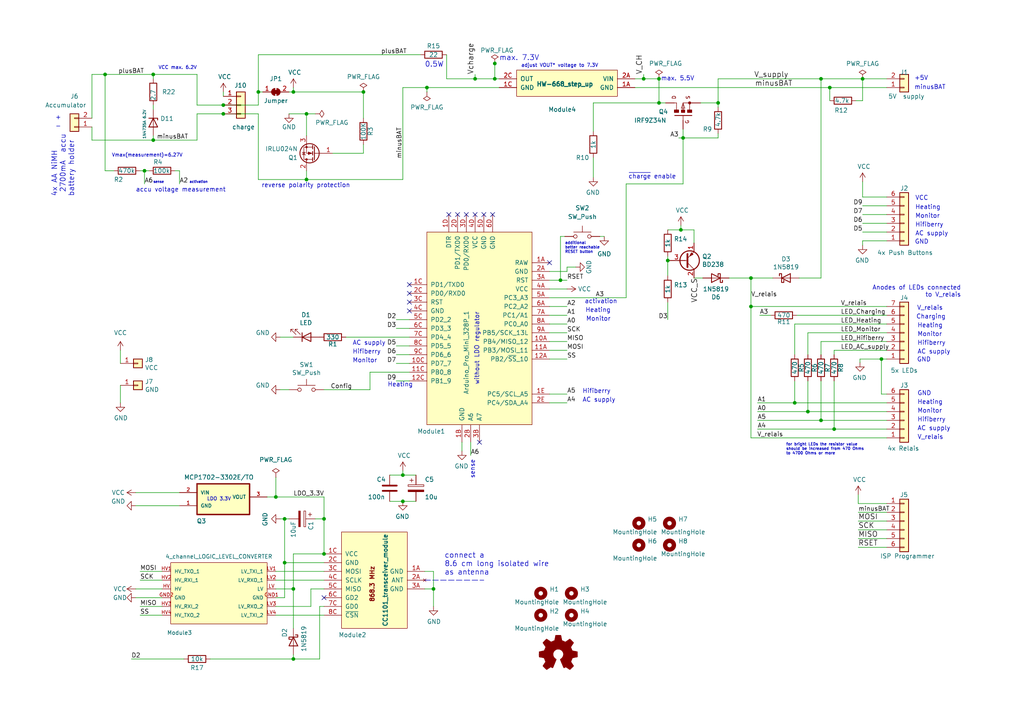
<source format=kicad_sch>
(kicad_sch (version 20211123) (generator eeschema)
  (paper "A4")
  (title_block (title "SenAct-4-4-SC_FUEL4EP_PCB") (date "2023-07-28") (rev "1.5") (company "FUEL4EP") (comment 1 "3x Schalter Schaltaktor AsksinPP PCB für Netzfreischalter") (comment 2 "Creative Commons License, non-commercial") (comment 3 "Vorsicht 230V: Nutzung auf eigene Gefahr!") (comment 4 "Nur für ausgebildete Elektrofachleute"))
  (junction (at 234.315 119.38))
  (junction (at 93.98 160.655))
  (junction (at 197.485 66.675))
  (junction (at 186.69 22.86))
  (junction (at 230.505 116.84))
  (junction (at 250.19 22.86))
  (junction (at 85.09 191.135))
  (junction (at 85.09 26.67))
  (junction (at 137.795 22.86))
  (junction (at 116.84 145.415))
  (junction (at 74.93 26.67))
  (junction (at 241.935 124.46))
  (junction (at 85.09 170.815))
  (junction (at 240.665 25.4))
  (junction (at 143.51 18.415))
  (junction (at 217.805 80.645))
  (junction (at 125.73 170.815))
  (junction (at 44.45 40.64))
  (junction (at 116.84 137.795))
  (junction (at 30.48 21.59))
  (junction (at 238.125 121.92))
  (junction (at 80.01 144.145))
  (junction (at 64.77 30.48))
  (junction (at 208.28 29.845))
  (junction (at 82.55 150.495))
  (junction (at 64.77 33.02))
  (junction (at 162.56 81.28))
  (junction (at 191.135 22.86))
  (junction (at 238.125 22.86))
  (junction (at 193.675 75.565))
  (junction (at 88.9 52.07))
  (junction (at 93.98 150.495))
  (junction (at 198.12 40.005))
  (junction (at 44.45 21.59))
  (junction (at 191.135 29.845))
  (junction (at 217.805 88.9))
  (junction (at 255.651 104.14))
  (junction (at 82.55 163.195))
  (junction (at 105.41 26.67))
  (junction (at 123.825 25.4))
  (junction (at 88.9 33.02))
  (junction (at 143.51 22.86))
  (junction (at 41.91 49.53))
  (no_connect (at 118.745 85.09))
  (no_connect (at 159.385 76.2))
  (no_connect (at 118.745 87.63))
  (no_connect (at 140.335 62.23))
  (no_connect (at 132.715 62.23))
  (no_connect (at 118.745 82.55))
  (no_connect (at 142.875 62.23))
  (no_connect (at 118.745 90.17))
  (no_connect (at 135.255 62.23))
  (no_connect (at 137.795 62.23))
  (no_connect (at 139.065 128.27))
  (no_connect (at 130.175 62.23))
  (no_connect (at 93.98 173.355))
  (wire (pts (xy 217.805 88.9) (xy 217.805 127)))
  (wire (pts (xy 172.085 29.845) (xy 191.135 29.845)))
  (wire (pts (xy 88.9 33.02) (xy 83.82 33.02)))
  (wire (pts (xy 44.45 21.59) (xy 57.15 21.59)))
  (wire (pts (xy 230.505 110.49) (xy 230.505 116.84)))
  (wire (pts (xy 123.825 25.4) (xy 144.78 25.4)))
  (wire (pts (xy 191.135 29.845) (xy 193.04 29.845)))
  (wire (pts (xy 93.98 144.145) (xy 93.98 150.495)))
  (wire (pts (xy 41.91 49.53) (xy 41.91 53.34)))
  (wire (pts (xy 238.125 121.92) (xy 257.175 121.92)))
  (wire (pts (xy 82.55 150.495) (xy 81.28 150.495)))
  (wire (pts (xy 172.085 29.845) (xy 172.085 38.1)))
  (wire (pts (xy 238.125 22.86) (xy 208.28 22.86)))
  (wire (pts (xy 255.651 114.3) (xy 257.175 114.3)))
  (wire (pts (xy 159.385 114.3) (xy 164.465 114.3)))
  (wire (pts (xy 250.19 22.86) (xy 257.175 22.86)))
  (wire (pts (xy 85.09 191.135) (xy 92.71 191.135)))
  (wire (pts (xy 93.98 150.495) (xy 93.98 160.655)))
  (wire (pts (xy 74.93 52.07) (xy 88.9 52.07)))
  (wire (pts (xy 257.175 156.21) (xy 248.92 156.21)))
  (wire (pts (xy 50.8 49.53) (xy 52.07 49.53)))
  (wire (pts (xy 257.175 151.13) (xy 248.92 151.13)))
  (wire (pts (xy 159.385 86.36) (xy 181.61 86.36)))
  (wire (pts (xy 85.09 182.245) (xy 85.09 170.815)))
  (wire (pts (xy 107.315 113.03) (xy 93.98 113.03)))
  (wire (pts (xy 238.125 80.645) (xy 238.125 22.86)))
  (wire (pts (xy 125.73 170.815) (xy 125.73 175.895)))
  (wire (pts (xy 184.15 25.4) (xy 240.665 25.4)))
  (wire (pts (xy 85.09 160.655) (xy 93.98 160.655)))
  (wire (pts (xy 93.98 170.815) (xy 90.17 170.815)))
  (wire (pts (xy 57.15 21.59) (xy 57.15 30.48)))
  (wire (pts (xy 193.675 87.63) (xy 193.675 92.71)))
  (wire (pts (xy 208.28 31.115) (xy 208.28 29.845)))
  (wire (pts (xy 257.175 67.31) (xy 250.19 67.31)))
  (wire (pts (xy 238.125 22.86) (xy 250.19 22.86)))
  (wire (pts (xy 137.795 22.86) (xy 143.51 22.86)))
  (wire (pts (xy 107.315 107.95) (xy 107.315 113.03)))
  (wire (pts (xy 82.55 173.355) (xy 80.01 173.355)))
  (wire (pts (xy 26.67 40.64) (xy 26.67 36.83)))
  (wire (pts (xy 64.77 30.48) (xy 74.93 30.48)))
  (wire (pts (xy 201.295 66.675) (xy 201.295 70.485)))
  (wire (pts (xy 116.84 145.415) (xy 120.65 145.415)))
  (wire (pts (xy 250.19 64.77) (xy 257.175 64.77)))
  (wire (pts (xy 193.675 75.565) (xy 193.675 80.01)))
  (wire (pts (xy 159.385 78.74) (xy 164.465 78.74)))
  (wire (pts (xy 83.82 26.67) (xy 85.09 26.67)))
  (wire (pts (xy 80.01 138.43) (xy 80.01 144.145)))
  (wire (pts (xy 159.385 93.98) (xy 164.465 93.98)))
  (wire (pts (xy 234.315 96.52) (xy 257.175 96.52)))
  (wire (pts (xy 250.19 29.21) (xy 248.285 29.21)))
  (wire (pts (xy 159.385 101.6) (xy 164.465 101.6)))
  (wire (pts (xy 93.98 165.735) (xy 80.01 165.735)))
  (wire (pts (xy 257.175 57.15) (xy 250.19 57.15)))
  (wire (pts (xy 238.125 99.06) (xy 257.175 99.06)))
  (wire (pts (xy 217.805 80.645) (xy 217.805 88.9)))
  (wire (pts (xy 240.665 25.4) (xy 257.175 25.4)))
  (wire (pts (xy 118.745 110.49) (xy 114.935 110.49)))
  (wire (pts (xy 191.135 22.86) (xy 191.135 29.845)))
  (wire (pts (xy 136.525 128.27) (xy 136.525 132.08)))
  (wire (pts (xy 81.28 113.03) (xy 83.82 113.03)))
  (wire (pts (xy 231.14 91.44) (xy 257.175 91.44)))
  (wire (pts (xy 230.505 93.98) (xy 257.175 93.98)))
  (wire (pts (xy 219.71 121.92) (xy 238.125 121.92)))
  (wire (pts (xy 137.795 22.86) (xy 129.54 22.86)))
  (wire (pts (xy 116.84 136.525) (xy 116.84 137.795)))
  (wire (pts (xy 100.33 97.79) (xy 118.745 97.79)))
  (wire (pts (xy 44.45 30.48) (xy 44.45 31.75)))
  (wire (pts (xy 203.835 80.645) (xy 201.295 80.645)))
  (wire (pts (xy 249.428 104.14) (xy 249.428 105.156)))
  (wire (pts (xy 198.12 40.005) (xy 198.12 53.34)))
  (wire (pts (xy 172.085 51.435) (xy 172.085 45.72)))
  (wire (pts (xy 39.37 170.815) (xy 46.99 170.815)))
  (wire (pts (xy 162.56 68.58) (xy 163.83 68.58)))
  (wire (pts (xy 85.09 189.865) (xy 85.09 191.135)))
  (wire (pts (xy 231.775 80.645) (xy 238.125 80.645)))
  (wire (pts (xy 211.455 80.645) (xy 217.805 80.645)))
  (wire (pts (xy 220.345 91.44) (xy 223.52 91.44)))
  (wire (pts (xy 64.77 26.67) (xy 64.77 27.94)))
  (wire (pts (xy 208.28 38.735) (xy 208.28 40.005)))
  (wire (pts (xy 125.73 165.735) (xy 125.73 170.815)))
  (wire (pts (xy 250.19 69.85) (xy 250.19 71.12)))
  (wire (pts (xy 82.55 163.195) (xy 82.55 173.355)))
  (wire (pts (xy 164.465 77.47) (xy 164.465 78.74)))
  (wire (pts (xy 159.385 88.9) (xy 164.465 88.9)))
  (wire (pts (xy 133.985 128.27) (xy 133.985 130.81)))
  (wire (pts (xy 46.99 165.735) (xy 40.64 165.735)))
  (wire (pts (xy 85.09 26.67) (xy 105.41 26.67)))
  (wire (pts (xy 52.07 49.53) (xy 52.07 53.34)))
  (wire (pts (xy 30.48 49.53) (xy 33.02 49.53)))
  (wire (pts (xy 123.19 170.815) (xy 125.73 170.815)))
  (wire (pts (xy 77.47 144.145) (xy 80.01 144.145)))
  (wire (pts (xy 234.315 110.49) (xy 234.315 119.38)))
  (wire (pts (xy 118.745 92.71) (xy 114.935 92.71)))
  (wire (pts (xy 250.19 22.86) (xy 250.19 29.21)))
  (wire (pts (xy 123.19 165.735) (xy 125.73 165.735)))
  (wire (pts (xy 193.675 66.675) (xy 197.485 66.675)))
  (wire (pts (xy 123.825 25.4) (xy 123.825 26.67)))
  (wire (pts (xy 143.51 18.415) (xy 143.51 22.86)))
  (wire (pts (xy 81.28 97.79) (xy 85.09 97.79)))
  (wire (pts (xy 255.651 104.14) (xy 255.651 114.3)))
  (wire (pts (xy 257.175 62.23) (xy 250.19 62.23)))
  (wire (pts (xy 219.71 124.46) (xy 241.935 124.46)))
  (wire (pts (xy 88.9 33.02) (xy 91.44 33.02)))
  (wire (pts (xy 92.71 175.895) (xy 93.98 175.895)))
  (wire (pts (xy 57.15 33.02) (xy 57.15 40.64)))
  (wire (pts (xy 143.51 22.86) (xy 144.78 22.86)))
  (wire (pts (xy 76.2 26.67) (xy 74.93 26.67)))
  (wire (pts (xy 113.03 137.795) (xy 116.84 137.795)))
  (wire (pts (xy 74.93 15.875) (xy 74.93 26.67)))
  (wire (pts (xy 83.82 150.495) (xy 82.55 150.495)))
  (wire (pts (xy 74.93 26.67) (xy 74.93 30.48)))
  (wire (pts (xy 116.84 52.07) (xy 116.84 25.4)))
  (wire (pts (xy 116.84 137.795) (xy 120.65 137.795)))
  (wire (pts (xy 208.28 40.005) (xy 198.12 40.005)))
  (wire (pts (xy 34.925 111.76) (xy 34.925 116.84)))
  (wire (pts (xy 44.45 40.64) (xy 26.67 40.64)))
  (wire (pts (xy 52.07 146.685) (xy 39.37 146.685)))
  (wire (pts (xy 159.385 96.52) (xy 164.465 96.52)))
  (wire (pts (xy 92.71 191.135) (xy 92.71 175.895)))
  (wire (pts (xy 162.56 81.28) (xy 164.465 81.28)))
  (wire (pts (xy 74.93 33.02) (xy 64.77 33.02)))
  (wire (pts (xy 64.77 33.02) (xy 57.15 33.02)))
  (wire (pts (xy 208.28 29.845) (xy 203.2 29.845)))
  (wire (pts (xy 80.01 144.145) (xy 93.98 144.145)))
  (wire (pts (xy 248.92 146.05) (xy 248.92 143.51)))
  (wire (pts (xy 57.15 30.48) (xy 64.77 30.48)))
  (wire (pts (xy 257.175 158.75) (xy 248.92 158.75)))
  (wire (pts (xy 240.665 25.4) (xy 240.665 29.21)))
  (wire (pts (xy 90.17 170.815) (xy 90.17 175.895)))
  (wire (pts (xy 26.67 21.59) (xy 30.48 21.59)))
  (wire (pts (xy 186.69 21.59) (xy 186.69 22.86)))
  (wire (pts (xy 198.12 37.465) (xy 198.12 40.005)))
  (wire (pts (xy 159.385 104.14) (xy 164.465 104.14)))
  (wire (pts (xy 241.935 124.46) (xy 257.175 124.46)))
  (wire (pts (xy 257.175 153.67) (xy 248.92 153.67)))
  (wire (pts (xy 118.745 102.87) (xy 114.935 102.87)))
  (wire (pts (xy 118.745 105.41) (xy 114.935 105.41)))
  (wire (pts (xy 181.61 53.34) (xy 181.61 86.36)))
  (wire (pts (xy 39.37 173.355) (xy 46.99 173.355)))
  (wire (pts (xy 173.99 68.58) (xy 175.26 68.58)))
  (wire (pts (xy 116.84 25.4) (xy 123.825 25.4)))
  (wire (pts (xy 118.745 95.25) (xy 114.935 95.25)))
  (wire (pts (xy 93.98 168.275) (xy 80.01 168.275)))
  (wire (pts (xy 250.19 57.15) (xy 250.19 52.705)))
  (wire (pts (xy 257.175 59.69) (xy 250.19 59.69)))
  (wire (pts (xy 74.93 33.02) (xy 74.93 52.07)))
  (wire (pts (xy 57.15 40.64) (xy 44.45 40.64)))
  (wire (pts (xy 34.925 101.6) (xy 34.925 105.41)))
  (wire (pts (xy 255.651 104.14) (xy 257.175 104.14)))
  (wire (pts (xy 85.09 25.4) (xy 85.09 26.67)))
  (wire (pts (xy 88.9 39.37) (xy 88.9 33.02)))
  (wire (pts (xy 159.385 91.44) (xy 164.465 91.44)))
  (wire (pts (xy 44.45 39.37) (xy 44.45 40.64)))
  (wire (pts (xy 46.99 168.275) (xy 40.64 168.275)))
  (wire (pts (xy 113.03 145.415) (xy 116.84 145.415)))
  (wire (pts (xy 30.48 49.53) (xy 30.48 21.59)))
  (wire (pts (xy 88.9 49.53) (xy 88.9 52.07)))
  (wire (pts (xy 105.41 41.91) (xy 105.41 44.45)))
  (wire (pts (xy 105.41 44.45) (xy 96.52 44.45)))
  (wire (pts (xy 129.54 22.86) (xy 129.54 15.875)))
  (wire (pts (xy 257.175 146.05) (xy 248.92 146.05)))
  (wire (pts (xy 167.005 77.47) (xy 164.465 77.47)))
  (wire (pts (xy 40.64 49.53) (xy 41.91 49.53)))
  (wire (pts (xy 88.9 52.07) (xy 116.84 52.07)))
  (wire (pts (xy 208.28 22.86) (xy 208.28 29.845)))
  (wire (pts (xy 241.935 110.49) (xy 241.935 124.46)))
  (wire (pts (xy 46.99 178.435) (xy 40.64 178.435)))
  (wire (pts (xy 90.17 175.895) (xy 80.01 175.895)))
  (wire (pts (xy 91.44 150.495) (xy 93.98 150.495)))
  (wire (pts (xy 241.935 101.6) (xy 241.935 102.87)))
  (wire (pts (xy 193.675 74.295) (xy 193.675 75.565)))
  (wire (pts (xy 93.98 163.195) (xy 82.55 163.195)))
  (wire (pts (xy 238.125 99.06) (xy 238.125 102.87)))
  (wire (pts (xy 230.505 93.98) (xy 230.505 102.87)))
  (wire (pts (xy 198.12 53.34) (xy 181.61 53.34)))
  (wire (pts (xy 105.41 34.29) (xy 105.41 26.67)))
  (wire (pts (xy 219.71 116.84) (xy 230.505 116.84)))
  (wire (pts (xy 241.935 101.6) (xy 257.175 101.6)))
  (wire (pts (xy 249.428 104.14) (xy 255.651 104.14)))
  (wire (pts (xy 85.09 170.815) (xy 80.01 170.815)))
  (wire (pts (xy 159.385 83.82) (xy 164.465 83.82)))
  (wire (pts (xy 184.15 22.86) (xy 186.69 22.86)))
  (wire (pts (xy 186.69 22.86) (xy 191.135 22.86)))
  (wire (pts (xy 85.09 160.655) (xy 85.09 170.815)))
  (wire (pts (xy 74.93 15.875) (xy 121.92 15.875)))
  (wire (pts (xy 217.805 80.645) (xy 224.155 80.645)))
  (wire (pts (xy 60.96 191.135) (xy 85.09 191.135)))
  (wire (pts (xy 39.37 142.875) (xy 52.07 142.875)))
  (wire (pts (xy 80.01 178.435) (xy 93.98 178.435)))
  (wire (pts (xy 162.56 68.58) (xy 162.56 81.28)))
  (wire (pts (xy 234.315 119.38) (xy 257.175 119.38)))
  (wire (pts (xy 46.99 175.895) (xy 40.64 175.895)))
  (wire (pts (xy 217.805 127) (xy 257.175 127)))
  (wire (pts (xy 159.385 81.28) (xy 162.56 81.28)))
  (wire (pts (xy 143.51 18.415) (xy 143.51 17.78)))
  (wire (pts (xy 238.125 110.49) (xy 238.125 121.92)))
  (wire (pts (xy 197.485 66.675) (xy 201.295 66.675)))
  (wire (pts (xy 230.505 116.84) (xy 257.175 116.84)))
  (wire (pts (xy 53.34 191.135) (xy 38.1 191.135)))
  (wire (pts (xy 44.45 22.86) (xy 44.45 21.59)))
  (wire (pts (xy 30.48 21.59) (xy 44.45 21.59)))
  (wire (pts (xy 118.745 107.95) (xy 107.315 107.95)))
  (wire (pts (xy 257.175 69.85) (xy 250.19 69.85)))
  (wire (pts (xy 159.385 116.84) (xy 164.465 116.84)))
  (wire (pts (xy 137.795 21.59) (xy 137.795 22.86)))
  (wire (pts (xy 196.85 40.005) (xy 198.12 40.005)))
  (wire (pts (xy 234.315 96.52) (xy 234.315 102.87)))
  (wire (pts (xy 26.67 34.29) (xy 26.67 21.59)))
  (wire (pts (xy 257.175 88.9) (xy 217.805 88.9)))
  (wire (pts (xy 197.485 65.405) (xy 197.485 66.675)))
  (wire (pts (xy 82.55 163.195) (xy 82.55 150.495)))
  (wire (pts (xy 248.92 148.59) (xy 257.175 148.59)))
  (wire (pts (xy 118.745 100.33) (xy 114.935 100.33)))
  (wire (pts (xy 159.385 99.06) (xy 164.465 99.06)))
  (wire (pts (xy 41.91 49.53) (xy 43.18 49.53)))
  (wire (pts (xy 219.71 119.38) (xy 234.315 119.38)))
  (polyline (pts (xy 123.19 168.275) (xy 140.335 168.275)))
  (text "Monitor\n" (at 265.43 63.5 0) (effects (font (size 1.27 1.27)) (justify left bottom)))
  (text "Monitor\n" (at 177.165 93.345 180) (effects (font (size 1.27 1.27)) (justify right bottom)))
  (text "Heating\n" (at 177.165 90.805 180) (effects (font (size 1.27 1.27)) (justify right bottom)))
  (text "sense" (at 137.795 133.35 270) (effects (font (size 1.27 1.27)) (justify right bottom)))
  (text "+\n" (at 17.78 34.925 180) (effects (font (size 1.27 1.27)) (justify right bottom)))
  (text "sense" (at 47.625 53.34 180) (effects (font (size 0.7112 0.7112)) (justify right bottom)))
  (text "Charging\n" (at 274.32 92.71 180) (effects (font (size 1.27 1.27)) (justify right bottom)))
  (text "AC supply\n" (at 266.065 125.095 0) (effects (font (size 1.27 1.27)) (justify left bottom)))
  (text "Hifiberry\n" (at 266.065 100.33 0) (effects (font (size 1.27 1.27)) (justify left bottom)))
  (text "reverse polarity protection\n" (at 101.6 54.61 180) (effects (font (size 1.27 1.27)) (justify right bottom)))
  (text "for bright LEDs the resistor value\nshould be increased from 470 Ohms\nto 4700 Ohms or more" (at 227.965 132.08 0) (effects (font (size 0.8 0.8)) (justify left bottom)))
  (text "activation" (at 179.07 88.265 180) (effects (font (size 1.27 1.27)) (justify right bottom)))
  (text "Heating\n" (at 112.395 112.395 0) (effects (font (size 1.27 1.27)) (justify left bottom)))
  (text "connect a\n8.6 cm long isolated wire\nas antenna" (at 128.905 167.005 0) (effects (font (size 1.524 1.524)) (justify left bottom)))
  (text "Hifiberry\n" (at 102.235 102.87 0) (effects (font (size 1.27 1.27)) (justify left bottom)))
  (text "AC supply\n" (at 168.91 116.84 0) (effects (font (size 1.27 1.27)) (justify left bottom)))
  (text "Monitor\n" (at 102.235 105.41 0) (effects (font (size 1.27 1.27)) (justify left bottom)))
  (text "LDO 3.3V\n" (at 59.9946 145.4326 0) (effects (font (size 1 1)) (justify left bottom)))
  (text "Heating\n" (at 265.43 60.96 0) (effects (font (size 1.27 1.27)) (justify left bottom)))
  (text "without LDO regulator" (at 139.065 111.76 90) (effects (font (size 1.27 1.27)) (justify left bottom)))
  (text "Hifiberry\n" (at 266.065 122.555 0) (effects (font (size 1.27 1.27)) (justify left bottom)))
  (text "AC supply\n" (at 265.43 68.58 0) (effects (font (size 1.27 1.27)) (justify left bottom)))
  (text "0.5W" (at 123.19 19.685 0) (effects (font (size 1.524 1.524)) (justify left bottom)))
  (text "AC supply\n" (at 102.235 100.33 0) (effects (font (size 1.27 1.27)) (justify left bottom)))
  (text "Hifiberry\n" (at 265.43 66.04 0) (effects (font (size 1.27 1.27)) (justify left bottom)))
  (text "Heating\n" (at 266.065 95.25 0) (effects (font (size 1.27 1.27)) (justify left bottom)))
  (text "adjust VOUT* voltage to 7.3V" (at 151.13 19.685 0) (effects (font (size 1 1)) (justify left bottom)))
  (text "additional\nbetter reachable\nRESET button" (at 163.83 73.66 0) (effects (font (size 0.8 0.8)) (justify left bottom)))
  (text "Hifiberry\n" (at 168.91 114.3 0) (effects (font (size 1.27 1.27)) (justify left bottom)))
  (text "accu voltage measurement\n" (at 39.37 55.88 0) (effects (font (size 1.27 1.27)) (justify left bottom)))
  (text "4x AA NiMH\n 2700mA  accu\nbattery holder\n" (at 21.59 57.15 90) (effects (font (size 1.524 1.524)) (justify left bottom)))
  (text "V_relais\n" (at 266.065 127.635 0) (effects (font (size 1.27 1.27)) (justify left bottom)))
  (text "VCC max. 6.2V\n" (at 57.15 20.32 180) (effects (font (size 0.9906 0.9906)) (justify right bottom)))
  (text "Monitor\n" (at 266.065 120.015 0) (effects (font (size 1.27 1.27)) (justify left bottom)))
  (text "~{charge} enable" (at 182.245 52.07 0) (effects (font (size 1.27 1.27)) (justify left bottom)))
  (text "Monitor\n" (at 266.065 97.79 0) (effects (font (size 1.27 1.27)) (justify left bottom)))
  (text "minusBAT\n\n" (at 274.32 28.194 180) (effects (font (size 1.27 1.27)) (justify right bottom)))
  (text "VCC\n" (at 265.43 58.293 0) (effects (font (size 1.27 1.27)) (justify left bottom)))
  (text "GND\n" (at 266.065 114.935 0) (effects (font (size 1.27 1.27)) (justify left bottom)))
  (text "AC supply\n" (at 266.065 102.87 0) (effects (font (size 1.27 1.27)) (justify left bottom)))
  (text "V_relais\n" (at 265.938 90.17 0) (effects (font (size 1.27 1.27)) (justify left bottom)))
  (text "max. 5.5V\n" (at 201.422 23.622 180) (effects (font (size 1.27 1.27)) (justify right bottom)))
  (text "activation" (at 60.325 53.34 180) (effects (font (size 0.7112 0.7112)) (justify right bottom)))
  (text "Heating\n" (at 266.065 117.475 0) (effects (font (size 1.27 1.27)) (justify left bottom)))
  (text "-" (at 17.78 37.465 180) (effects (font (size 1.27 1.27)) (justify right bottom)))
  (text "Anodes of LEDs connected\nto V_relais" (at 278.765 86.36 180) (effects (font (size 1.27 1.27)) (justify right bottom)))
  (text "Vmax(measurement)=6.27V\n" (at 32.385 45.72 0) (effects (font (size 0.9906 0.9906)) (justify left bottom)))
  (text "GND\n" (at 265.303 70.993 0) (effects (font (size 1.27 1.27)) (justify left bottom)))
  (text "GND\n" (at 265.938 105.156 0) (effects (font (size 1.27 1.27)) (justify left bottom)))
  (text "max. 7.3V" (at 144.78 17.78 0) (effects (font (size 1.524 1.524)) (justify left bottom)))
  (text "+5V\n" (at 269.24 23.495 180) (effects (font (size 1.27 1.27)) (justify right bottom)))
  (label "A4" (at 219.71 124.46 0))
  (label "LDO_3.3V" (at 85.09 144.145 0))
  (label "LED_Heating" (at 243.84 93.98 0))
  (label "SCK" (at 164.465 96.52 0))
  (label "MOSI" (at 248.92 151.13 0) (effects (font (size 1.524 1.524))))
  (label "Vcharge" (at 137.795 21.59 90) (effects (font (size 1.524 1.524))))
  (label "A6" (at 136.525 132.08 0))
  (label "V_supply" (at 218.694 22.86 0) (effects (font (size 1.524 1.524))))
  (label "D7" (at 250.19 62.23 180))
  (label "D2" (at 38.1 191.135 0))
  (label "D6" (at 114.935 102.87 180))
  (label "Config" (at 95.885 113.03 0))
  (label "A2" (at 164.465 88.9 0))
  (label "MISO" (at 164.465 99.06 0))
  (label "D9" (at 250.19 59.69 180))
  (label "V_relais" (at 243.84 88.9 0))
  (label "RSET" (at 164.465 81.28 0))
  (label "SCK" (at 248.92 153.67 0) (effects (font (size 1.524 1.524))))
  (label "MISO" (at 248.92 156.21 0) (effects (font (size 1.524 1.524))))
  (label "minusBAT" (at 54.61 40.64 180))
  (label "A3" (at 220.345 91.44 0))
  (label "A3" (at 172.72 86.36 0))
  (label "LED_Charging" (at 243.84 91.44 0))
  (label "A3" (at 196.85 40.005 180))
  (label "A5" (at 219.71 121.92 0))
  (label "plusBAT" (at 110.49 15.875 0))
  (label "minusBAT" (at 218.948 25.4 0) (effects (font (size 1.524 1.524))))
  (label "A2" (at 52.07 53.34 0))
  (label "LED_Monitor" (at 243.84 96.52 0))
  (label "D9" (at 114.935 110.49 180))
  (label "minusBAT" (at 248.92 148.59 0))
  (label "V_relais" (at 217.805 86.36 0))
  (label "SCK" (at 40.64 168.275 0))
  (label "A1" (at 164.465 91.44 0))
  (label "A0" (at 164.465 93.98 0))
  (label "SS" (at 40.64 178.435 0))
  (label "D2" (at 114.935 92.71 180))
  (label "D5" (at 114.935 100.33 180))
  (label "LED_AC_supply" (at 243.84 101.6 0))
  (label "D7" (at 114.935 105.41 180))
  (label "LED_Hifiberry" (at 243.84 99.06 0))
  (label "V_relais" (at 219.583 127 0))
  (label "D6" (at 250.19 64.77 180))
  (label "A1" (at 219.71 116.84 0))
  (label "minusBAT" (at 116.84 36.83 270))
  (label "V_CH" (at 186.69 21.59 90) (effects (font (size 1.524 1.524))))
  (label "D5" (at 250.19 67.31 180))
  (label "D3" (at 114.935 95.25 180))
  (label "plusBAT" (at 34.29 21.59 0))
  (label "MISO" (at 40.64 175.895 0))
  (label "SS" (at 164.465 104.14 0))
  (label "A4" (at 164.465 116.84 0))
  (label "MOSI" (at 40.64 165.735 0))
  (label "RSET" (at 248.92 158.75 0) (effects (font (size 1.524 1.524))))
  (label "MOSI" (at 164.465 101.6 0))
  (label "VCC_S" (at 202.692 80.645 270) (effects (font (size 1.524 1.524))))
  (label "A6" (at 41.91 53.34 0))
  (label "D3" (at 193.675 92.71 180))
  (label "A0" (at 219.71 119.38 0))
  (label "A5" (at 164.465 114.3 0))
  (symbol (lib_id "Device:R") (at 96.52 97.79 90) (mirror x) (unit 1)
    (property "Reference" "R1" (at 96.52 99.822 90))
    (property "Value" "330" (at 96.52 97.79 90))
    (property "Footprint" "Resistor_THT:R_Axial_DIN0204_L3.6mm_D1.6mm_P5.08mm_Horizontal" (effects hide))
  )
  (symbol (lib_id "power:GND") (at 83.82 33.02 0) (unit 1)
    (property "Reference" "#PWR05" (effects hide))
    (property "Value" "GND" (at 83.82 36.83 0))
  )
  (symbol (lib_id "Device:C_Polarized") (at 87.63 150.495 270) (unit 1)
    (property "Reference" "C1" (at 90.17 151.13 0) (effects (justify left)))
    (property "Value" "10uF" (at 85.09 151.13 0) (effects (justify left)))
    (property "Footprint" "Capacitor_THT:CP_Radial_D5.0mm_P2.50mm" (effects hide))
  )
  (symbol (lib_id "Device:Q_NMOS_GDS") (at 91.44 44.45 180) (unit 1)
    (property "Reference" "Q1" (at 86.36 45.72 0) (effects (justify left)))
    (property "Value" "IRLU024N" (at 86.36 43.18 0) (effects (justify left)))
    (property "Footprint" "Package_TO_SOT_THT:TO-251-3_Vertical" (effects hide))
  )
  (symbol (lib_id "Device:R") (at 105.41 38.1 0) (unit 1)
    (property "Reference" "R3" (at 107.442 38.1 90))
    (property "Value" "100K" (at 105.41 38.1 90))
    (property "Footprint" "Resistor_THT:R_Axial_DIN0204_L3.6mm_D1.6mm_P5.08mm_Horizontal" (effects hide))
  )
  (symbol (lib_id "Connector_Generic:Conn_01x03") (at 69.85 30.48 0) (unit 1)
    (property "Reference" "J10" (at 67.945 24.765 0) (effects (justify left)))
    (property "Value" "charge" (at 67.31 36.83 0) (effects (justify left)))
    (property "Footprint" "Connector_PinHeader_2.54mm:PinHeader_1x03_P2.54mm_Vertical" (effects hide))
  )
  (symbol (lib_id "Connector_Generic:Conn_01x06") (at 262.255 151.13 0) (unit 1)
    (property "Reference" "J5" (at 260.985 143.51 0) (effects (justify left)))
    (property "Value" "ISP Programmer" (at 255.27 161.29 0) (effects (justify left)))
    (property "Footprint" "Connector_PinHeader_2.54mm:PinHeader_1x06_P2.54mm_Vertical" (effects hide))
  )
  (symbol (lib_id "power:GND") (at 81.28 150.495 270) (unit 1)
    (property "Reference" "#PWR09" (effects hide))
    (property "Value" "GND" (at 76.8858 150.622 0))
  )
  (symbol (lib_id "power:GND") (at 125.73 175.895 0) (unit 1)
    (property "Reference" "#PWR0107" (effects hide))
    (property "Value" "GND" (at 125.857 180.2892 0))
  )
  (symbol (lib_id "Graphic:Logo_Open_Hardware_Small") (at 161.925 189.865 0) (unit 1)
    (property "Reference" "LOGO1" (effects hide))
    (property "Value" "Logo_Open_Hardware_Small" (effects hide))
    (property "Footprint" "FUEL4EP:CC-BY-ND-SA" (effects hide))
  )
  (symbol (lib_id "power:VCC") (at 248.92 143.51 0) (unit 1)
    (property "Reference" "#PWR0103" (effects hide))
    (property "Value" "VCC" (at 249.301 139.1158 0))
  )
  (symbol (lib_id "power:VCC") (at 64.77 26.67 0) (unit 1)
    (property "Reference" "#PWR0109" (effects hide))
    (property "Value" "VCC" (at 65.151 22.2758 0))
  )
  (symbol (lib_id "power:PWR_FLAG") (at 91.44 33.02 270) (unit 1)
    (property "Reference" "#FLG0101" (effects hide))
    (property "Value" "PWR_FLAG" (at 91.44 35.56 90) (effects (justify left)))
  )
  (symbol (lib_id "FUEL4EP:Arduino_Pro_Mini_328P_1") (at 123.825 123.19 0) (unit 1)
    (property "Reference" "Module1" (at 125.095 125.095 0))
    (property "Value" "Arduino_Pro_Mini_328P_1" (at 135.255 102.235 90))
    (property "Footprint" "FUEL4EP:ArduinoProMini" (effects hide))
    (property "Datasheet" "https://www.tindie.com/products/prominimicros/pro-mini-xl-v2-atmega-1284p/" (effects hide))
  )
  (symbol (lib_id "Diode:1N5819") (at 207.645 80.645 180) (unit 1)
    (property "Reference" "D6" (at 207.645 86.1568 0))
    (property "Value" "1N5819" (at 207.645 83.8454 0))
    (property "Footprint" "Diode_THT:D_DO-41_SOD81_P7.62mm_Horizontal" (effects hide))
    (property "Datasheet" "http://www.vishay.com/docs/88525/1n5817.pdf" (effects hide))
  )
  (symbol (lib_id "Device:R") (at 193.675 70.485 0) (unit 1)
    (property "Reference" "R14" (at 195.453 69.3166 0) (effects (justify left)))
    (property "Value" "1k" (at 193.675 71.755 90) (effects (justify left)))
    (property "Footprint" "Resistor_THT:R_Axial_DIN0204_L3.6mm_D1.6mm_P5.08mm_Horizontal" (effects hide))
  )
  (symbol (lib_id "Device:R") (at 193.675 83.82 0) (unit 1)
    (property "Reference" "R13" (at 195.453 82.6516 0) (effects (justify left)))
    (property "Value" "1k" (at 193.675 85.09 90) (effects (justify left)))
    (property "Footprint" "Resistor_THT:R_Axial_DIN0204_L3.6mm_D1.6mm_P5.08mm_Horizontal" (effects hide))
  )
  (symbol (lib_id "Device:R") (at 36.83 49.53 270) (unit 1)
    (property "Reference" "R2" (at 33.02 52.07 90) (effects (justify left)))
    (property "Value" "470k" (at 34.29 49.53 90) (effects (justify left)))
    (property "Footprint" "Resistor_THT:R_Axial_DIN0207_L6.3mm_D2.5mm_P10.16mm_Horizontal" (effects hide))
  )
  (symbol (lib_id "Device:R") (at 46.99 49.53 270) (unit 1)
    (property "Reference" "R4" (at 44.45 46.99 90) (effects (justify left)))
    (property "Value" "100k" (at 44.45 49.53 90) (effects (justify left)))
    (property "Footprint" "Resistor_THT:R_Axial_DIN0207_L6.3mm_D2.5mm_P10.16mm_Horizontal" (effects hide))
  )
  (symbol (lib_id "Device:C") (at 113.03 141.605 0) (unit 1)
    (property "Reference" "C4" (at 109.22 139.065 0) (effects (justify left)))
    (property "Value" "100n" (at 106.68 144.145 0) (effects (justify left)))
    (property "Footprint" "Capacitor_THT:C_Disc_D7.5mm_W2.5mm_P5.00mm" (effects hide))
  )
  (symbol (lib_id "Device:C_Polarized") (at 120.65 141.605 0) (unit 1)
    (property "Reference" "C5" (at 123.19 139.065 0) (effects (justify left)))
    (property "Value" "10u" (at 123.19 144.145 0) (effects (justify left)))
    (property "Footprint" "Capacitor_THT:CP_Radial_D5.0mm_P2.00mm" (effects hide))
  )
  (symbol (lib_id "Diode:1N5819") (at 85.09 186.055 270) (unit 1)
    (property "Reference" "D2" (at 82.55 183.515 0))
    (property "Value" "1N5819" (at 88.138 185.293 0))
    (property "Footprint" "Diode_THT:D_DO-41_SOD81_P7.62mm_Horizontal" (effects hide))
    (property "Datasheet" "http://www.vishay.com/docs/88525/1n5817.pdf" (effects hide))
  )
  (symbol (lib_id "Transistor_BJT:BD238") (at 198.755 75.565 0) (mirror x) (unit 1)
    (property "Reference" "Q2" (at 203.6318 74.3966 0) (effects (justify left)))
    (property "Value" "BD238" (at 203.6318 76.708 0) (effects (justify left)))
    (property "Footprint" "Package_TO_SOT_THT:TO-126-3_Vertical" (effects hide))
    (property "Datasheet" "http://www.electronica-pt.com/datasheets/bd/BD234.pdf" (effects hide))
  )
  (symbol (lib_id "Mechanical:MountingHole") (at 165.735 178.435 0) (unit 1)
    (property "Reference" "H4" (at 168.275 177.2666 0) (effects (justify left)))
    (property "Value" "MountingHole" (at 163.195 180.975 0) (effects (justify left)))
    (property "Footprint" "FUEL4EP:MountingHole_M3" (effects hide))
  )
  (symbol (lib_id "Jumper:SolderJumper_2_Bridged") (at 80.01 26.67 0) (unit 1)
    (property "Reference" "JP1" (at 80.01 22.86 0))
    (property "Value" "Jumper" (at 80.01 29.21 0))
    (property "Footprint" "Jumper:SolderJumper-2_P1.3mm_Bridged2Bar_Pad1.0x1.5mm" (effects hide))
  )
  (symbol (lib_id "power:VCC") (at 197.485 65.405 0) (unit 1)
    (property "Reference" "#PWR0113" (effects hide))
    (property "Value" "VCC" (at 197.866 61.0108 0))
  )
  (symbol (lib_id "Connector_Generic:Conn_01x02") (at 21.59 36.83 180) (unit 1)
    (property "Reference" "J6" (at 21.59 27.94 0))
    (property "Value" "Accumulator" (at 19.05 30.48 0))
    (property "Footprint" "Connector_PinHeader_2.54mm:PinHeader_1x02_P2.54mm_Vertical" (effects hide))
  )
  (symbol (lib_id "FUEL4EP:4_channel_LOGIC_LEVEL_CONVERTER") (at 63.5 173.355 0) (mirror y) (unit 1)
    (property "Reference" "Module3" (at 52.07 183.515 0) (effects (font (size 1.143 1.143))))
    (property "Value" "4_channel_LOGIC_LEVEL_CONVERTER" (at 63.5 161.417 0) (effects (font (size 1.143 1.143))))
    (property "Footprint" "FUEL4EP:4_channel_LOGIC_LEVEL_CONVERTER" (effects hide))
    (property "Datasheet" "https://cdn.sparkfun.com/datasheets/BreakoutBoards/Logic_Level_Bidirectional.pdf" (effects hide))
  )
  (symbol (lib_id "Mechanical:MountingHole") (at 156.845 178.435 0) (unit 1)
    (property "Reference" "H2" (at 159.385 177.2666 0) (effects (justify left)))
    (property "Value" "MountingHole" (at 149.225 182.245 0) (effects (justify left)))
    (property "Footprint" "FUEL4EP:MountingHole_M3" (effects hide))
  )
  (symbol (lib_id "Mechanical:MountingHole") (at 156.845 172.085 0) (unit 1)
    (property "Reference" "H1" (at 159.385 170.9166 0) (effects (justify left)))
    (property "Value" "MountingHole" (at 149.225 174.625 0) (effects (justify left)))
    (property "Footprint" "FUEL4EP:MountingHole_M3" (effects hide))
  )
  (symbol (lib_id "Mechanical:MountingHole") (at 165.735 172.085 0) (unit 1)
    (property "Reference" "H3" (at 168.275 170.9166 0) (effects (justify left)))
    (property "Value" "MountingHole" (at 163.195 174.625 0) (effects (justify left)))
    (property "Footprint" "FUEL4EP:MountingHole_M3" (effects hide))
  )
  (symbol (lib_id "FUEL4EP:CC1101_transceiver_module") (at 99.06 182.245 0) (unit 1)
    (property "Reference" "Module2" (at 102.235 184.15 0))
    (property "Value" "CC1101_transceiver_module" (at 111.76 168.275 90) (effects (font bold)))
    (property "Footprint" "FUEL4EP:CC1101" (effects hide))
    (property "Datasheet" "https://www.ti.com/lit/ds/symlink/cc1101.pdf" (effects hide))
  )
  (symbol (lib_id "power:PWR_FLAG") (at 105.41 26.67 0) (unit 1)
    (property "Reference" "#FLG01" (effects hide))
    (property "Value" "PWR_FLAG" (at 105.41 22.2758 0))
  )
  (symbol (lib_id "Mechanical:MountingHole") (at 185.293 158.115 0) (unit 1)
    (property "Reference" "H6" (at 187.833 156.9466 0) (effects (justify left)))
    (property "Value" "MountingHole" (at 177.673 161.925 0) (effects (justify left)))
    (property "Footprint" "FUEL4EP:MountingHole_M3" (effects hide))
  )
  (symbol (lib_id "Mechanical:MountingHole") (at 185.293 151.765 0) (unit 1)
    (property "Reference" "H5" (at 187.833 150.5966 0) (effects (justify left)))
    (property "Value" "MountingHole" (at 177.673 154.305 0) (effects (justify left)))
    (property "Footprint" "FUEL4EP:MountingHole_M3" (effects hide))
  )
  (symbol (lib_id "Mechanical:MountingHole") (at 194.183 151.765 0) (unit 1)
    (property "Reference" "H7" (at 196.723 150.5966 0) (effects (justify left)))
    (property "Value" "MountingHole" (at 191.643 154.305 0) (effects (justify left)))
    (property "Footprint" "FUEL4EP:MountingHole_M3" (effects hide))
  )
  (symbol (lib_id "Mechanical:MountingHole") (at 194.183 158.115 0) (unit 1)
    (property "Reference" "H8" (at 196.723 156.9466 0) (effects (justify left)))
    (property "Value" "MountingHole" (at 191.643 160.655 0) (effects (justify left)))
    (property "Footprint" "FUEL4EP:MountingHole_M3" (effects hide))
  )
  (symbol (lib_id "FUEL4EP:IRF9Z34N") (at 198.12 32.385 90) (unit 1)
    (property "Reference" "Q4" (at 192.405 32.385 90))
    (property "Value" "IRF9Z34N" (at 188.595 34.925 90))
    (property "Footprint" "FUEL4EP:TO220V" (effects hide))
  )
  (symbol (lib_id "power:GND") (at 39.37 146.685 270) (unit 1)
    (property "Reference" "#PWR0129" (effects hide))
    (property "Value" "GND" (at 34.29 145.415 90))
  )
  (symbol (lib_id "Diode:1N5819") (at 227.965 80.645 0) (unit 1)
    (property "Reference" "D3" (at 227.965 75.1332 0))
    (property "Value" "1N5819" (at 227.965 77.4446 0))
    (property "Footprint" "Diode_THT:D_DO-41_SOD81_P7.62mm_Horizontal" (effects hide))
    (property "Datasheet" "http://www.vishay.com/docs/88525/1n5817.pdf" (effects hide))
  )
  (symbol (lib_id "Connector_Generic:Conn_01x06") (at 262.255 121.92 0) (mirror x) (unit 1)
    (property "Reference" "J3" (at 262.255 111.76 0))
    (property "Value" "4x Relais" (at 262.001 130.048 0))
    (property "Footprint" "Connector_PinHeader_2.54mm:PinHeader_1x06_P2.54mm_Vertical" (effects hide))
  )
  (symbol (lib_id "Connector_Generic:Conn_01x02") (at 262.255 25.4 0) (mirror x) (unit 1)
    (property "Reference" "J1" (at 262.255 20.955 0))
    (property "Value" "5V  supply" (at 262.89 27.94 0))
    (property "Footprint" "Connector_PinHeader_2.54mm:PinHeader_1x02_P2.54mm_Vertical" (effects hide))
  )
  (symbol (lib_id "power:GND") (at 249.428 105.156 0) (mirror y) (unit 1)
    (property "Reference" "#PWR04" (effects hide))
    (property "Value" "GND" (at 249.301 109.5502 0))
  )
  (symbol (lib_id "power:GND") (at 250.19 71.12 0) (mirror y) (unit 1)
    (property "Reference" "#PWR03" (effects hide))
    (property "Value" "GND" (at 250.063 75.5142 0))
  )
  (symbol (lib_id "power:VCC") (at 250.19 52.705 0) (unit 1)
    (property "Reference" "#PWR02" (effects hide))
    (property "Value" "VCC" (at 250.571 48.3108 0))
  )
  (symbol (lib_id "Device:R") (at 241.935 106.68 180) (unit 1)
    (property "Reference" "R8" (at 243.84 106.68 90))
    (property "Value" "470" (at 241.935 106.68 90))
    (property "Footprint" "Resistor_THT:R_Axial_DIN0204_L3.6mm_D1.6mm_P5.08mm_Horizontal" (effects hide))
  )
  (symbol (lib_id "Device:R") (at 238.125 106.68 180) (unit 1)
    (property "Reference" "R7" (at 240.03 106.68 90))
    (property "Value" "470" (at 238.125 106.68 90))
    (property "Footprint" "Resistor_THT:R_Axial_DIN0204_L3.6mm_D1.6mm_P5.08mm_Horizontal" (effects hide))
  )
  (symbol (lib_id "Device:R") (at 234.315 106.68 180) (unit 1)
    (property "Reference" "R6" (at 236.22 106.68 90))
    (property "Value" "470" (at 234.315 106.68 90))
    (property "Footprint" "Resistor_THT:R_Axial_DIN0204_L3.6mm_D1.6mm_P5.08mm_Horizontal" (effects hide))
  )
  (symbol (lib_id "Device:R") (at 230.505 106.68 180) (unit 1)
    (property "Reference" "R5" (at 232.41 106.68 90))
    (property "Value" "470" (at 230.505 106.68 90))
    (property "Footprint" "Resistor_THT:R_Axial_DIN0204_L3.6mm_D1.6mm_P5.08mm_Horizontal" (effects hide))
  )
  (symbol (lib_id "Connector_Generic:Conn_01x06") (at 262.255 64.77 0) (mirror x) (unit 1)
    (property "Reference" "J2" (at 262.255 54.61 0))
    (property "Value" "4x Push Buttons" (at 262.509 73.279 0))
    (property "Footprint" "Connector_PinHeader_2.54mm:PinHeader_1x06_P2.54mm_Vertical" (effects hide))
  )
  (symbol (lib_id "Device:R") (at 208.28 34.925 0) (unit 1)
    (property "Reference" "R9" (at 203.835 37.465 0) (effects (justify left)))
    (property "Value" "4.7k" (at 208.28 36.83 90) (effects (justify left)))
    (property "Footprint" "Resistor_THT:R_Axial_DIN0204_L3.6mm_D1.6mm_P5.08mm_Horizontal" (effects hide))
  )
  (symbol (lib_id "Device:LED") (at 88.9 97.79 0) (mirror x) (unit 1)
    (property "Reference" "D1" (at 88.7222 91.313 0))
    (property "Value" "LED" (at 88.7222 93.6244 0))
    (property "Footprint" "LED_THT:LED_D3.0mm" (effects hide))
  )
  (symbol (lib_id "power:GND") (at 81.28 97.79 270) (unit 1)
    (property "Reference" "#PWR01" (effects hide))
    (property "Value" "GND" (at 76.2 96.52 90))
  )
  (symbol (lib_id "Switch:SW_Push") (at 88.9 113.03 0) (unit 1)
    (property "Reference" "SW1" (at 88.9 105.791 0))
    (property "Value" "SW_Push" (at 88.9 108.1024 0))
    (property "Footprint" "Button_Switch_THT:SW_PUSH_6mm_H4.3mm" (effects hide))
  )
  (symbol (lib_id "power:GND") (at 81.28 113.03 270) (unit 1)
    (property "Reference" "#PWR0101" (effects hide))
    (property "Value" "GND" (at 76.2 111.76 90))
  )
  (symbol (lib_id "power:VCC") (at 85.09 25.4 0) (unit 1)
    (property "Reference" "#PWR0131" (effects hide))
    (property "Value" "VCC" (at 85.471 21.0058 0))
  )
  (symbol (lib_id "power:PWR_FLAG") (at 191.135 22.86 0) (unit 1)
    (property "Reference" "#FLG0104" (effects hide))
    (property "Value" "PWR_FLAG" (at 193.04 18.415 0))
  )
  (symbol (lib_id "Device:R") (at 172.085 41.91 0) (unit 1)
    (property "Reference" "R10" (at 167.005 45.72 0) (effects (justify left)))
    (property "Value" "1k" (at 172.085 43.18 90) (effects (justify left)))
    (property "Footprint" "Resistor_THT:R_Axial_DIN0204_L3.6mm_D1.6mm_P5.08mm_Horizontal" (effects hide))
  )
  (symbol (lib_id "power:GND") (at 172.085 51.435 0) (mirror y) (unit 1)
    (property "Reference" "#PWR0102" (effects hide))
    (property "Value" "GND" (at 171.958 55.8292 0))
  )
  (symbol (lib_id "Diode:1N47xxA") (at 44.45 35.56 270) (unit 1)
    (property "Reference" "D11" (at 46.482 34.3916 90) (effects (justify left)))
    (property "Value" "1N4735A 6.2V" (at 41.91 31.75 0) (effects (font (size 0.7874 0.7874)) (justify left)))
    (property "Footprint" "Diode_THT:D_DO-41_SOD81_P7.62mm_Horizontal" (effects hide))
    (property "Datasheet" "https://www.vishay.com/docs/85816/1n4728a.pdf" (effects hide))
  )
  (symbol (lib_id "Device:R") (at 227.33 91.44 90) (unit 1)
    (property "Reference" "R11" (at 227.33 93.345 90))
    (property "Value" "470" (at 227.33 91.44 90))
    (property "Footprint" "Resistor_THT:R_Axial_DIN0204_L3.6mm_D1.6mm_P5.08mm_Horizontal" (effects hide))
  )
  (symbol (lib_id "power:VCC") (at 39.37 142.875 90) (unit 1)
    (property "Reference" "#PWR0130" (effects hide))
    (property "Value" "VCC" (at 34.29 142.875 90))
  )
  (symbol (lib_id "power:VCC") (at 39.37 170.815 90) (unit 1)
    (property "Reference" "#PWR0132" (effects hide))
    (property "Value" "VCC" (at 34.798 170.815 90))
  )
  (symbol (lib_id "Connector_Generic:Conn_01x07") (at 262.255 96.52 0) (mirror x) (unit 1)
    (property "Reference" "J4" (at 262.255 86.36 0))
    (property "Value" "5x LEDs" (at 262.255 107.442 0))
    (property "Footprint" "Connector_PinHeader_2.54mm:PinHeader_1x07_P2.54mm_Vertical" (effects hide))
  )
  (symbol (lib_id "Device:R") (at 44.45 26.67 0) (unit 1)
    (property "Reference" "R22" (at 46.99 26.67 0) (effects (justify left)))
    (property "Value" "2.7" (at 44.45 29.21 90) (effects (justify left)))
    (property "Footprint" "Resistor_THT:R_Axial_DIN0309_L9.0mm_D3.2mm_P20.32mm_Horizontal" (effects hide))
  )
  (symbol (lib_id "Connector_Generic:Conn_01x01") (at 40.005 111.76 0) (unit 1)
    (property "Reference" "J7" (at 42.037 110.6932 0) (effects (justify left)))
    (property "Value" "GND" (at 42.037 113.0046 0) (effects (justify left)))
    (property "Footprint" "Connector_PinHeader_1.27mm:PinHeader_1x01_P1.27mm_Vertical" (effects hide))
  )
  (symbol (lib_id "power:GND") (at 34.925 116.84 0) (unit 1)
    (property "Reference" "#PWR07" (effects hide))
    (property "Value" "GND" (at 35.052 121.2342 0))
  )
  (symbol (lib_id "power:PWR_FLAG") (at 250.19 22.86 0) (unit 1)
    (property "Reference" "#FLG0102" (effects hide))
    (property "Value" "PWR_FLAG" (at 250.19 18.4658 0))
  )
  (symbol (lib_id "power:GND") (at 133.985 130.81 0) (mirror y) (unit 1)
    (property "Reference" "#PWR0122" (effects hide))
    (property "Value" "GND" (at 133.858 135.2042 0))
  )
  (symbol (lib_id "power:GND") (at 116.84 145.415 0) (mirror y) (unit 1)
    (property "Reference" "#PWR0123" (effects hide))
    (property "Value" "GND" (at 116.713 149.8092 0))
  )
  (symbol (lib_id "power:VCC") (at 116.84 136.525 0) (unit 1)
    (property "Reference" "#PWR0124" (effects hide))
    (property "Value" "VCC" (at 117.221 132.1308 0))
  )
  (symbol (lib_id "power:VCC") (at 164.465 83.82 270) (unit 1)
    (property "Reference" "#PWR0125" (effects hide))
    (property "Value" "VCC" (at 169.545 83.82 90))
  )
  (symbol (lib_id "power:GND") (at 167.005 77.47 90) (mirror x) (unit 1)
    (property "Reference" "#PWR0126" (effects hide))
    (property "Value" "GND" (at 170.815 77.47 0))
  )
  (symbol (lib_id "power:GND") (at 39.37 173.355 270) (unit 1)
    (property "Reference" "#PWR0127" (effects hide))
    (property "Value" "GND" (at 34.798 173.355 90))
  )
  (symbol (lib_id "Device:R") (at 57.15 191.135 270) (unit 1)
    (property "Reference" "R17" (at 57.15 193.675 90))
    (property "Value" "10k" (at 57.15 191.135 90))
    (property "Footprint" "Resistor_THT:R_Axial_DIN0204_L3.6mm_D1.6mm_P5.08mm_Horizontal" (effects hide))
  )
  (symbol (lib_id "FUEL4EP:MCP1702-3302E{slash}TO") (at 57.15 140.335 0) (unit 1)
    (property "Reference" "Q3" (at 58.42 151.13 0))
    (property "Value" "MCP1702-3302E/TO" (at 63.5 138.43 0))
    (property "Footprint" "TO127P254X533-3" (effects hide))
    (property "Datasheet" "https://ww1.microchip.com/downloads/en/DeviceDoc/22008E.pdf" (effects hide))
    (property "SUPPLIER" "Microchip" (effects hide))
    (property "PACKAGE" "TO-92" (effects hide))
  )
  (symbol (lib_id "power:PWR_FLAG") (at 143.51 18.415 0) (unit 1)
    (property "Reference" "#FLG0106" (effects hide))
    (property "Value" "PWR_FLAG" (at 144.145 14.605 0))
  )
  (symbol (lib_id "power:GND") (at 175.26 68.58 0) (unit 1)
    (property "Reference" "#PWR010" (effects hide))
    (property "Value" "GND" (at 175.26 73.66 0))
  )
  (symbol (lib_id "power:PWR_FLAG") (at 80.01 138.43 0) (unit 1)
    (property "Reference" "#FLG0103" (effects hide))
    (property "Value" "PWR_FLAG" (at 80.01 133.35 0))
  )
  (symbol (lib_id "power:VCC") (at 34.925 101.6 0) (unit 1)
    (property "Reference" "#PWR0104" (effects hide))
    (property "Value" "VCC" (at 34.925 96.52 0))
  )
  (symbol (lib_id "Device:R") (at 125.73 15.875 90) (unit 1)
    (property "Reference" "R15" (at 125.73 13.335 90))
    (property "Value" "22" (at 125.73 15.875 90))
    (property "Footprint" "Resistor_THT:R_Axial_DIN0309_L9.0mm_D3.2mm_P20.32mm_Horizontal" (effects hide))
  )
  (symbol (lib_id "FUEL4EP:HW-668_step_up") (at 175.26 27.94 0) (mirror x) (unit 1)
    (property "Reference" "Module4" (at 163.068 31.75 0))
    (property "Value" "HW-668_step_up" (at 163.83 24.384 0) (effects (font bold)))
    (property "Footprint" "FUEL4EP:HW-668_step-up" (effects hide))
    (property "Datasheet" "https://datasheetspdf.com/pdf-file/921054/Suosemi/SX1308/1" (effects hide))
  )
  (symbol (lib_id "Device:R") (at 244.475 29.21 90) (unit 1)
    (property "Reference" "R12" (at 243.967 32.004 90))
    (property "Value" "4.7k" (at 244.221 29.21 90))
    (property "Footprint" "Resistor_THT:R_Axial_DIN0204_L3.6mm_D1.6mm_P5.08mm_Horizontal" (effects hide))
  )
  (symbol (lib_id "Switch:SW_Push") (at 168.91 68.58 0) (unit 1)
    (property "Reference" "SW2" (at 168.91 60.325 0))
    (property "Value" "SW_Push" (at 168.91 62.865 0))
    (property "Footprint" "Button_Switch_THT:SW_PUSH_6mm_H4.3mm" (effects hide))
  )
  (symbol (lib_id "Connector_Generic:Conn_01x01") (at 40.005 105.41 0) (unit 1)
    (property "Reference" "J8" (at 42.037 104.3432 0) (effects (justify left)))
    (property "Value" "VCC" (at 42.037 106.6546 0) (effects (justify left)))
    (property "Footprint" "Connector_PinHeader_1.27mm:PinHeader_1x01_P1.27mm_Vertical" (effects hide))
  )
  (symbol (lib_id "power:PWR_FLAG") (at 123.825 26.67 180) (unit 1)
    (property "Reference" "#FLG0105" (effects hide))
    (property "Value" "PWR_FLAG" (at 123.825 31.115 0))
  )
)
</source>
